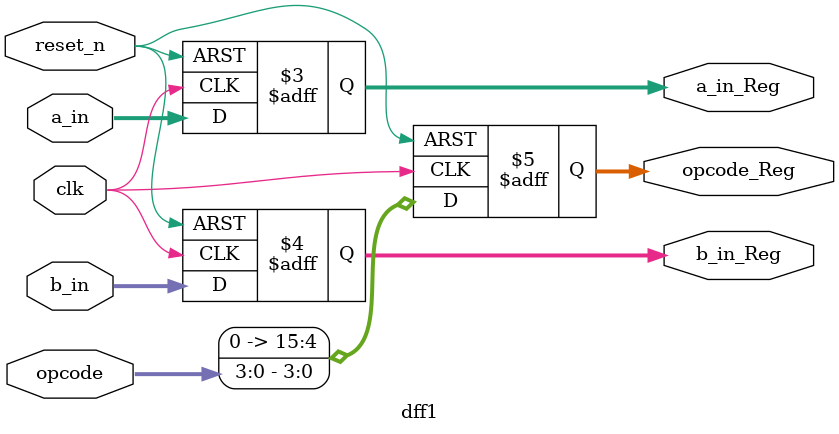
<source format=v>
`timescale 1ns / 1ps


module dff1(            input [15:0]a_in,
                        input [15:0]b_in,
                        input [3:0]opcode,
                        input clk,reset_n,
                        output reg [15:0]a_in_Reg,
                        output reg [15:0]b_in_Reg,
                        output reg [15:0]opcode_Reg

                                                );
                        
always @(posedge clk or negedge reset_n)
begin
    if(!reset_n)
        begin
            a_in_Reg <= 16'b0 ; 
            b_in_Reg <= 16'b0 ;
            opcode_Reg <= 4'b0;

         end
    else
        begin
            a_in_Reg <= a_in ; 
            b_in_Reg <= b_in ;
            opcode_Reg <= opcode;;       
        end
end
endmodule


</source>
